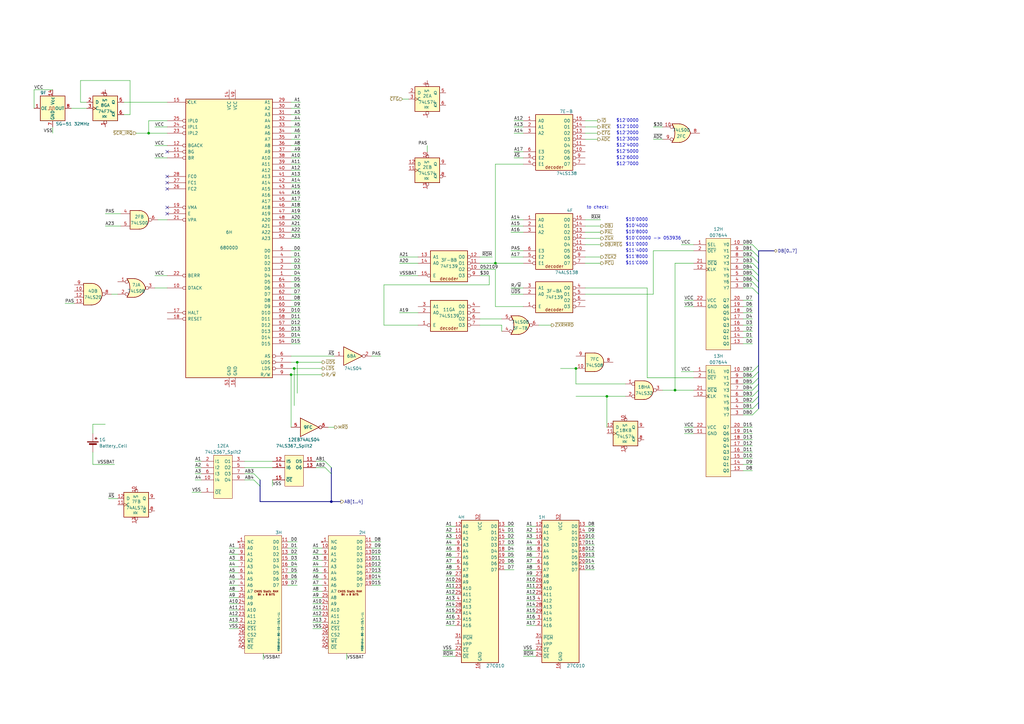
<source format=kicad_sch>
(kicad_sch (version 20231120) (generator "eeschema") (generator_version "8.0")
  (paper "A3")
  (title_block (date "2025-06-21") (company "JOTEGO"))
  (junction (at 60.96 54.61))
  (junction (at 276.86 160.02))
  (junction (at 121.92 148.59))
  (junction (at 135.89 205.74))
  (junction (at 248.92 162.56))
  (junction (at 236.22 151.13))
  (junction (at 203.2 107.95))
  (junction (at 119.38 153.67))
  (junction (at 120.65 151.13))
  (no_connect (at 68.58 77.47))
  (no_connect (at 68.58 74.93))
  (no_connect (at 68.58 87.63))
  (no_connect (at 68.58 72.39))
  (no_connect (at 68.58 85.09))
  (no_connect (at 68.58 62.23))
  (bus_entry (at 104.14 196.85) (size 2.54 2.54))
  (bus_entry (at 308.61 100.33) (size 2.54 2.54))
  (bus_entry (at 308.61 165.1) (size 2.54 -2.54))
  (bus_entry (at 308.61 154.94) (size 2.54 -2.54))
  (bus_entry (at 308.61 113.03) (size 2.54 2.54))
  (bus_entry (at 308.61 118.11) (size 2.54 2.54))
  (bus_entry (at 104.14 194.31) (size 2.54 2.54))
  (bus_entry (at 133.35 189.23) (size 2.54 2.54))
  (bus_entry (at 308.61 170.18) (size 2.54 -2.54))
  (bus_entry (at 308.61 110.49) (size 2.54 2.54))
  (bus_entry (at 308.61 105.41) (size 2.54 2.54))
  (bus_entry (at 308.61 167.64) (size 2.54 -2.54))
  (bus_entry (at 308.61 102.87) (size 2.54 2.54))
  (bus_entry (at 308.61 115.57) (size 2.54 2.54))
  (bus_entry (at 308.61 162.56) (size 2.54 -2.54))
  (bus_entry (at 308.61 160.02) (size 2.54 -2.54))
  (bus_entry (at 133.35 191.77) (size 2.54 2.54))
  (bus_entry (at 308.61 152.4) (size 2.54 -2.54))
  (bus_entry (at 308.61 107.95) (size 2.54 2.54))
  (bus_entry (at 308.61 157.48) (size 2.54 -2.54))
  (wire (pts (xy 304.8 133.35) (xy 308.61 133.35)))
  (wire (pts (xy 152.4 227.33) (xy 156.21 227.33)))
  (wire (pts (xy 304.8 170.18) (xy 308.61 170.18)))
  (wire (pts (xy 60.96 49.53) (xy 60.96 54.61)))
  (bus (pts (xy 311.15 115.57) (xy 311.15 113.03)))
  (bus (pts (xy 311.15 154.94) (xy 311.15 152.4)))
  (wire (pts (xy 182.88 251.46) (xy 186.69 251.46)))
  (wire (pts (xy 304.8 154.94) (xy 308.61 154.94)))
  (wire (pts (xy 304.8 182.88) (xy 308.61 182.88)))
  (wire (pts (xy 63.5 64.77) (xy 68.58 64.77)))
  (wire (pts (xy 215.9 231.14) (xy 219.71 231.14)))
  (wire (pts (xy 207.01 215.9) (xy 210.82 215.9)))
  (wire (pts (xy 163.83 107.95) (xy 171.45 107.95)))
  (wire (pts (xy 229.87 151.13) (xy 236.22 151.13)))
  (wire (pts (xy 182.88 238.76) (xy 186.69 238.76)))
  (bus (pts (xy 311.15 102.87) (xy 317.5 102.87)))
  (wire (pts (xy 279.4 100.33) (xy 284.48 100.33)))
  (wire (pts (xy 304.8 162.56) (xy 308.61 162.56)))
  (wire (pts (xy 93.98 240.03) (xy 97.79 240.03)))
  (wire (pts (xy 93.98 257.81) (xy 97.79 257.81)))
  (wire (pts (xy 118.11 234.95) (xy 121.92 234.95)))
  (wire (pts (xy 93.98 229.87) (xy 97.79 229.87)))
  (wire (pts (xy 152.4 224.79) (xy 156.21 224.79)))
  (wire (pts (xy 240.03 120.65) (xy 267.97 120.65)))
  (wire (pts (xy 165.1 40.64) (xy 167.64 40.64)))
  (wire (pts (xy 304.8 157.48) (xy 308.61 157.48)))
  (wire (pts (xy 119.38 95.25) (xy 123.19 95.25)))
  (wire (pts (xy 152.4 232.41) (xy 156.21 232.41)))
  (wire (pts (xy 119.38 128.27) (xy 123.19 128.27)))
  (wire (pts (xy 236.22 157.48) (xy 256.54 157.48)))
  (wire (pts (xy 267.97 120.65) (xy 267.97 102.87)))
  (wire (pts (xy 240.03 215.9) (xy 243.84 215.9)))
  (wire (pts (xy 45.72 120.65) (xy 48.26 120.65)))
  (wire (pts (xy 207.01 226.06) (xy 210.82 226.06)))
  (wire (pts (xy 53.34 33.02) (xy 53.34 46.99)))
  (wire (pts (xy 280.67 123.19) (xy 284.48 123.19)))
  (wire (pts (xy 128.27 250.19) (xy 132.08 250.19)))
  (wire (pts (xy 215.9 223.52) (xy 219.71 223.52)))
  (wire (pts (xy 107.95 267.97) (xy 107.95 270.51)))
  (wire (pts (xy 182.88 231.14) (xy 186.69 231.14)))
  (wire (pts (xy 119.38 74.93) (xy 123.19 74.93)))
  (wire (pts (xy 304.8 113.03) (xy 308.61 113.03)))
  (bus (pts (xy 311.15 152.4) (xy 311.15 149.86)))
  (wire (pts (xy 210.82 52.07) (xy 214.63 52.07)))
  (wire (pts (xy 182.88 241.3) (xy 186.69 241.3)))
  (wire (pts (xy 93.98 237.49) (xy 97.79 237.49)))
  (wire (pts (xy 44.45 204.47) (xy 48.26 204.47)))
  (bus (pts (xy 311.15 107.95) (xy 311.15 105.41)))
  (wire (pts (xy 304.8 115.57) (xy 308.61 115.57)))
  (wire (pts (xy 215.9 254) (xy 219.71 254)))
  (wire (pts (xy 119.38 59.69) (xy 123.19 59.69)))
  (wire (pts (xy 119.38 92.71) (xy 123.19 92.71)))
  (wire (pts (xy 240.03 97.79) (xy 246.38 97.79)))
  (wire (pts (xy 196.85 107.95) (xy 203.2 107.95)))
  (wire (pts (xy 128.27 245.11) (xy 132.08 245.11)))
  (wire (pts (xy 181.61 266.7) (xy 186.69 266.7)))
  (wire (pts (xy 304.8 140.97) (xy 308.61 140.97)))
  (wire (pts (xy 215.9 256.54) (xy 219.71 256.54)))
  (bus (pts (xy 106.68 196.85) (xy 106.68 199.39)))
  (wire (pts (xy 304.8 160.02) (xy 308.61 160.02)))
  (wire (pts (xy 80.01 194.31) (xy 82.55 194.31)))
  (wire (pts (xy 134.62 175.26) (xy 137.16 175.26)))
  (wire (pts (xy 182.88 246.38) (xy 186.69 246.38)))
  (wire (pts (xy 100.33 196.85) (xy 104.14 196.85)))
  (wire (pts (xy 182.88 254) (xy 186.69 254)))
  (wire (pts (xy 29.21 44.45) (xy 35.56 44.45)))
  (wire (pts (xy 119.38 153.67) (xy 132.08 153.67)))
  (wire (pts (xy 240.03 95.25) (xy 246.38 95.25)))
  (wire (pts (xy 119.38 151.13) (xy 120.65 151.13)))
  (wire (pts (xy 240.03 228.6) (xy 243.84 228.6)))
  (wire (pts (xy 38.1 190.5) (xy 46.99 190.5)))
  (wire (pts (xy 240.03 218.44) (xy 243.84 218.44)))
  (wire (pts (xy 119.38 69.85) (xy 123.19 69.85)))
  (wire (pts (xy 129.54 191.77) (xy 133.35 191.77)))
  (wire (pts (xy 215.9 218.44) (xy 219.71 218.44)))
  (wire (pts (xy 152.4 237.49) (xy 156.21 237.49)))
  (wire (pts (xy 236.22 162.56) (xy 248.92 162.56)))
  (wire (pts (xy 182.88 248.92) (xy 186.69 248.92)))
  (wire (pts (xy 128.27 237.49) (xy 132.08 237.49)))
  (wire (pts (xy 119.38 120.65) (xy 123.19 120.65)))
  (wire (pts (xy 26.67 124.46) (xy 30.48 124.46)))
  (wire (pts (xy 304.8 165.1) (xy 308.61 165.1)))
  (wire (pts (xy 64.77 90.17) (xy 68.58 90.17)))
  (wire (pts (xy 100.33 189.23) (xy 111.76 189.23)))
  (wire (pts (xy 119.38 87.63) (xy 123.19 87.63)))
  (wire (pts (xy 182.88 228.6) (xy 186.69 228.6)))
  (wire (pts (xy 119.38 52.07) (xy 123.19 52.07)))
  (wire (pts (xy 120.65 151.13) (xy 120.65 166.37)))
  (wire (pts (xy 203.2 107.95) (xy 214.63 107.95)))
  (wire (pts (xy 304.8 118.11) (xy 308.61 118.11)))
  (wire (pts (xy 304.8 190.5) (xy 308.61 190.5)))
  (wire (pts (xy 215.9 243.84) (xy 219.71 243.84)))
  (bus (pts (xy 135.89 191.77) (xy 135.89 194.31)))
  (bus (pts (xy 135.89 205.74) (xy 139.7 205.74)))
  (wire (pts (xy 163.83 113.03) (xy 171.45 113.03)))
  (bus (pts (xy 311.15 105.41) (xy 311.15 102.87)))
  (wire (pts (xy 119.38 102.87) (xy 123.19 102.87)))
  (wire (pts (xy 215.9 241.3) (xy 219.71 241.3)))
  (wire (pts (xy 50.8 41.91) (xy 68.58 41.91)))
  (wire (pts (xy 304.8 180.34) (xy 308.61 180.34)))
  (wire (pts (xy 215.9 228.6) (xy 219.71 228.6)))
  (wire (pts (xy 236.22 151.13) (xy 236.22 157.48)))
  (wire (pts (xy 240.03 233.68) (xy 243.84 233.68)))
  (wire (pts (xy 38.1 177.8) (xy 38.1 173.99)))
  (wire (pts (xy 196.85 133.35) (xy 205.74 133.35)))
  (bus (pts (xy 135.89 194.31) (xy 135.89 205.74)))
  (wire (pts (xy 182.88 220.98) (xy 186.69 220.98)))
  (wire (pts (xy 80.01 189.23) (xy 82.55 189.23)))
  (wire (pts (xy 182.88 223.52) (xy 186.69 223.52)))
  (wire (pts (xy 121.92 148.59) (xy 132.08 148.59)))
  (wire (pts (xy 13.97 36.83) (xy 21.59 36.83)))
  (wire (pts (xy 119.38 105.41) (xy 123.19 105.41)))
  (wire (pts (xy 209.55 95.25) (xy 214.63 95.25)))
  (wire (pts (xy 207.01 220.98) (xy 210.82 220.98)))
  (wire (pts (xy 214.63 266.7) (xy 219.71 266.7)))
  (wire (pts (xy 111.76 196.85) (xy 111.76 199.39)))
  (wire (pts (xy 128.27 227.33) (xy 132.08 227.33)))
  (wire (pts (xy 196.85 113.03) (xy 200.66 113.03)))
  (wire (pts (xy 13.97 44.45) (xy 13.97 36.83)))
  (wire (pts (xy 181.61 269.24) (xy 186.69 269.24)))
  (wire (pts (xy 304.8 152.4) (xy 308.61 152.4)))
  (wire (pts (xy 152.4 222.25) (xy 156.21 222.25)))
  (wire (pts (xy 304.8 110.49) (xy 308.61 110.49)))
  (wire (pts (xy 210.82 54.61) (xy 214.63 54.61)))
  (wire (pts (xy 304.8 138.43) (xy 308.61 138.43)))
  (wire (pts (xy 80.01 196.85) (xy 82.55 196.85)))
  (wire (pts (xy 163.83 105.41) (xy 171.45 105.41)))
  (wire (pts (xy 93.98 247.65) (xy 97.79 247.65)))
  (wire (pts (xy 119.38 67.31) (xy 123.19 67.31)))
  (wire (pts (xy 304.8 128.27) (xy 308.61 128.27)))
  (wire (pts (xy 240.03 57.15) (xy 245.11 57.15)))
  (wire (pts (xy 63.5 59.69) (xy 68.58 59.69)))
  (wire (pts (xy 279.4 152.4) (xy 284.48 152.4)))
  (wire (pts (xy 55.88 54.61) (xy 60.96 54.61)))
  (wire (pts (xy 265.43 154.94) (xy 284.48 154.94)))
  (bus (pts (xy 311.15 157.48) (xy 311.15 154.94)))
  (wire (pts (xy 200.66 116.84) (xy 200.66 113.03)))
  (wire (pts (xy 280.67 175.26) (xy 284.48 175.26)))
  (wire (pts (xy 220.98 133.35) (xy 226.06 133.35)))
  (wire (pts (xy 119.38 57.15) (xy 123.19 57.15)))
  (bus (pts (xy 311.15 110.49) (xy 311.15 107.95)))
  (bus (pts (xy 311.15 165.1) (xy 311.15 162.56)))
  (wire (pts (xy 240.03 49.53) (xy 245.11 49.53)))
  (wire (pts (xy 128.27 242.57) (xy 132.08 242.57)))
  (wire (pts (xy 215.9 215.9) (xy 219.71 215.9)))
  (wire (pts (xy 203.2 67.31) (xy 214.63 67.31)))
  (wire (pts (xy 119.38 148.59) (xy 121.92 148.59)))
  (wire (pts (xy 207.01 233.68) (xy 210.82 233.68)))
  (wire (pts (xy 119.38 107.95) (xy 123.19 107.95)))
  (wire (pts (xy 118.11 237.49) (xy 121.92 237.49)))
  (wire (pts (xy 119.38 97.79) (xy 123.19 97.79)))
  (wire (pts (xy 304.8 177.8) (xy 308.61 177.8)))
  (wire (pts (xy 240.03 92.71) (xy 246.38 92.71)))
  (wire (pts (xy 119.38 153.67) (xy 119.38 175.26)))
  (wire (pts (xy 196.85 130.81) (xy 205.74 130.81)))
  (wire (pts (xy 304.8 100.33) (xy 308.61 100.33)))
  (wire (pts (xy 119.38 82.55) (xy 123.19 82.55)))
  (wire (pts (xy 240.03 107.95) (xy 246.38 107.95)))
  (wire (pts (xy 119.38 62.23) (xy 123.19 62.23)))
  (wire (pts (xy 152.4 234.95) (xy 156.21 234.95)))
  (wire (pts (xy 157.48 116.84) (xy 200.66 116.84)))
  (wire (pts (xy 304.8 130.81) (xy 308.61 130.81)))
  (wire (pts (xy 118.11 227.33) (xy 121.92 227.33)))
  (wire (pts (xy 304.8 167.64) (xy 308.61 167.64)))
  (wire (pts (xy 119.38 72.39) (xy 123.19 72.39)))
  (wire (pts (xy 210.82 49.53) (xy 214.63 49.53)))
  (wire (pts (xy 119.38 85.09) (xy 123.19 85.09)))
  (wire (pts (xy 215.9 246.38) (xy 219.71 246.38)))
  (wire (pts (xy 276.86 160.02) (xy 284.48 160.02)))
  (wire (pts (xy 43.18 92.71) (xy 49.53 92.71)))
  (wire (pts (xy 128.27 234.95) (xy 132.08 234.95)))
  (wire (pts (xy 284.48 107.95) (xy 276.86 107.95)))
  (wire (pts (xy 209.55 90.17) (xy 214.63 90.17)))
  (wire (pts (xy 182.88 236.22) (xy 186.69 236.22)))
  (wire (pts (xy 240.03 231.14) (xy 243.84 231.14)))
  (bus (pts (xy 311.15 160.02) (xy 311.15 157.48)))
  (wire (pts (xy 215.9 233.68) (xy 219.71 233.68)))
  (wire (pts (xy 215.9 226.06) (xy 219.71 226.06)))
  (wire (pts (xy 118.11 229.87) (xy 121.92 229.87)))
  (wire (pts (xy 304.8 193.04) (xy 308.61 193.04)))
  (wire (pts (xy 304.8 102.87) (xy 308.61 102.87)))
  (wire (pts (xy 119.38 90.17) (xy 123.19 90.17)))
  (wire (pts (xy 248.92 175.26) (xy 248.92 162.56)))
  (wire (pts (xy 207.01 231.14) (xy 210.82 231.14)))
  (wire (pts (xy 209.55 92.71) (xy 214.63 92.71)))
  (wire (pts (xy 209.55 120.65) (xy 214.63 120.65)))
  (wire (pts (xy 240.03 220.98) (xy 243.84 220.98)))
  (wire (pts (xy 118.11 224.79) (xy 121.92 224.79)))
  (wire (pts (xy 171.45 133.35) (xy 157.48 133.35)))
  (wire (pts (xy 128.27 257.81) (xy 132.08 257.81)))
  (bus (pts (xy 106.68 199.39) (xy 106.68 205.74)))
  (wire (pts (xy 203.2 110.49) (xy 203.2 125.73)))
  (wire (pts (xy 119.38 123.19) (xy 123.19 123.19)))
  (wire (pts (xy 119.38 77.47) (xy 123.19 77.47)))
  (wire (pts (xy 119.38 135.89) (xy 123.19 135.89)))
  (wire (pts (xy 304.8 123.19) (xy 308.61 123.19)))
  (wire (pts (xy 182.88 233.68) (xy 186.69 233.68)))
  (wire (pts (xy 207.01 228.6) (xy 210.82 228.6)))
  (wire (pts (xy 157.48 133.35) (xy 157.48 116.84)))
  (wire (pts (xy 33.02 41.91) (xy 33.02 33.02)))
  (wire (pts (xy 304.8 185.42) (xy 308.61 185.42)))
  (wire (pts (xy 119.38 64.77) (xy 123.19 64.77)))
  (wire (pts (xy 128.27 255.27) (xy 132.08 255.27)))
  (wire (pts (xy 215.9 220.98) (xy 219.71 220.98)))
  (wire (pts (xy 215.9 251.46) (xy 219.71 251.46)))
  (wire (pts (xy 128.27 240.03) (xy 132.08 240.03)))
  (wire (pts (xy 304.8 105.41) (xy 308.61 105.41)))
  (wire (pts (xy 119.38 118.11) (xy 123.19 118.11)))
  (wire (pts (xy 214.63 269.24) (xy 219.71 269.24)))
  (wire (pts (xy 267.97 57.15) (xy 271.78 57.15)))
  (wire (pts (xy 304.8 135.89) (xy 308.61 135.89)))
  (wire (pts (xy 93.98 255.27) (xy 97.79 255.27)))
  (wire (pts (xy 93.98 227.33) (xy 97.79 227.33)))
  (wire (pts (xy 182.88 218.44) (xy 186.69 218.44)))
  (wire (pts (xy 35.56 41.91) (xy 33.02 41.91)))
  (wire (pts (xy 119.38 110.49) (xy 123.19 110.49)))
  (wire (pts (xy 33.02 33.02) (xy 53.34 33.02)))
  (wire (pts (xy 209.55 118.11) (xy 214.63 118.11)))
  (wire (pts (xy 240.03 100.33) (xy 246.38 100.33)))
  (wire (pts (xy 118.11 222.25) (xy 121.92 222.25)))
  (wire (pts (xy 196.85 105.41) (xy 201.93 105.41)))
  (wire (pts (xy 93.98 234.95) (xy 97.79 234.95)))
  (wire (pts (xy 119.38 140.97) (xy 123.19 140.97)))
  (wire (pts (xy 128.27 247.65) (xy 132.08 247.65)))
  (wire (pts (xy 80.01 191.77) (xy 82.55 191.77)))
  (wire (pts (xy 182.88 215.9) (xy 186.69 215.9)))
  (wire (pts (xy 152.4 146.05) (xy 156.21 146.05)))
  (wire (pts (xy 43.18 87.63) (xy 49.53 87.63)))
  (wire (pts (xy 119.38 44.45) (xy 123.19 44.45)))
  (wire (pts (xy 182.88 256.54) (xy 186.69 256.54)))
  (wire (pts (xy 163.83 128.27) (xy 171.45 128.27)))
  (wire (pts (xy 119.38 41.91) (xy 123.19 41.91)))
  (wire (pts (xy 128.27 232.41) (xy 132.08 232.41)))
  (wire (pts (xy 118.11 232.41) (xy 121.92 232.41)))
  (wire (pts (xy 152.4 229.87) (xy 156.21 229.87)))
  (wire (pts (xy 210.82 62.23) (xy 214.63 62.23)))
  (wire (pts (xy 182.88 226.06) (xy 186.69 226.06)))
  (wire (pts (xy 93.98 245.11) (xy 97.79 245.11)))
  (wire (pts (xy 68.58 49.53) (xy 60.96 49.53)))
  (bus (pts (xy 311.15 167.64) (xy 311.15 165.1)))
  (wire (pts (xy 304.8 175.26) (xy 308.61 175.26)))
  (wire (pts (xy 21.59 52.07) (xy 21.59 54.61)))
  (wire (pts (xy 304.8 107.95) (xy 308.61 107.95)))
  (wire (pts (xy 63.5 52.07) (xy 68.58 52.07)))
  (wire (pts (xy 240.03 226.06) (xy 243.84 226.06)))
  (wire (pts (xy 119.38 113.03) (xy 123.19 113.03)))
  (wire (pts (xy 304.8 187.96) (xy 308.61 187.96)))
  (wire (pts (xy 129.54 189.23) (xy 133.35 189.23)))
  (wire (pts (xy 93.98 242.57) (xy 97.79 242.57)))
  (wire (pts (xy 119.38 130.81) (xy 123.19 130.81)))
  (wire (pts (xy 280.67 125.73) (xy 284.48 125.73)))
  (bus (pts (xy 311.15 118.11) (xy 311.15 115.57)))
  (wire (pts (xy 142.24 267.97) (xy 142.24 270.51)))
  (wire (pts (xy 271.78 160.02) (xy 276.86 160.02)))
  (wire (pts (xy 119.38 49.53) (xy 123.19 49.53)))
  (wire (pts (xy 240.03 90.17) (xy 246.38 90.17)))
  (wire (pts (xy 119.38 54.61) (xy 123.19 54.61)))
  (wire (pts (xy 248.92 162.56) (xy 256.54 162.56)))
  (wire (pts (xy 182.88 243.84) (xy 186.69 243.84)))
  (bus (pts (xy 106.68 205.74) (xy 135.89 205.74)))
  (wire (pts (xy 118.11 240.03) (xy 121.92 240.03)))
  (wire (pts (xy 119.38 125.73) (xy 123.19 125.73)))
  (wire (pts (xy 128.27 224.79) (xy 132.08 224.79)))
  (wire (pts (xy 93.98 250.19) (xy 97.79 250.19)))
  (wire (pts (xy 215.9 248.92) (xy 219.71 248.92)))
  (bus (pts (xy 311.15 120.65) (xy 311.15 118.11)))
  (wire (pts (xy 63.5 118.11) (xy 68.58 118.11)))
  (wire (pts (xy 100.33 194.31) (xy 104.14 194.31)))
  (wire (pts (xy 119.38 80.01) (xy 123.19 80.01)))
  (wire (pts (xy 304.8 125.73) (xy 308.61 125.73)))
  (wire (pts (xy 214.63 102.87) (xy 209.55 102.87)))
  (wire (pts (xy 128.27 229.87) (xy 132.08 229.87)))
  (wire (pts (xy 280.67 177.8) (xy 284.48 177.8)))
  (wire (pts (xy 240.03 54.61) (xy 245.11 54.61)))
  (bus (pts (xy 311.15 113.03) (xy 311.15 110.49)))
  (wire (pts (xy 60.96 54.61) (xy 68.58 54.61)))
  (wire (pts (xy 120.65 151.13) (xy 132.08 151.13)))
  (wire (pts (xy 175.26 62.23) (xy 175.26 59.69)))
  (wire (pts (xy 121.92 148.59) (xy 121.92 161.29)))
  (wire (pts (xy 205.74 133.35) (xy 205.74 135.89)))
  (wire (pts (xy 240.03 118.11) (xy 265.43 118.11)))
  (wire (pts (xy 240.03 105.41) (xy 246.38 105.41)))
  (wire (pts (xy 93.98 232.41) (xy 97.79 232.41)))
  (wire (pts (xy 93.98 252.73) (xy 97.79 252.73)))
  (wire (pts (xy 276.86 107.95) (xy 276.86 160.02)))
  (wire (pts (xy 207.01 223.52) (xy 210.82 223.52)))
  (wire (pts (xy 128.27 252.73) (xy 132.08 252.73)))
  (wire (pts (xy 63.5 113.03) (xy 68.58 113.03)))
  (wire (pts (xy 215.9 236.22) (xy 219.71 236.22)))
  (wire (pts (xy 196.85 110.49) (xy 203.2 110.49)))
  (wire (pts (xy 93.98 224.79) (xy 97.79 224.79)))
  (wire (pts (xy 267.97 102.87) (xy 284.48 102.87)))
  (wire (pts (xy 38.1 185.42) (xy 38.1 190.5)))
  (wire (pts (xy 137.16 146.05) (xy 119.38 146.05)))
  (wire (pts (xy 267.97 52.07) (xy 271.78 52.07)))
  (bus (pts (xy 311.15 162.56) (xy 311.15 160.02)))
  (wire (pts (xy 240.03 223.52) (xy 243.84 223.52)))
  (wire (pts (xy 240.03 52.07) (xy 245.11 52.07)))
  (wire (pts (xy 119.38 133.35) (xy 123.19 133.35)))
  (wire (pts (xy 119.38 115.57) (xy 123.19 115.57)))
  (wire (pts (xy 78.74 201.93) (xy 82.55 201.93)))
  (wire (pts (xy 100.33 191.77) (xy 111.76 191.77)))
  (bus (pts (xy 311.15 149.86) (xy 311.15 120.65)))
  (wire (pts (xy 53.34 46.99) (xy 50.8 46.99)))
  (wire (pts (xy 207.01 218.44) (xy 210.82 218.44)))
  (wire (pts (xy 38.1 173.99) (xy 43.18 173.99)))
  (wire (pts (xy 119.38 138.43) (xy 123.19 138.43)))
  (wire (pts (xy 203.2 125.73) (xy 214.63 125.73)))
  (wire (pts (xy 203.2 107.95) (xy 203.2 67.31)))
  (wire (pts (xy 210.82 64.77) (xy 214.63 64.77)))
  (wire (pts (xy 152.4 240.03) (xy 156.21 240.03)))
  (wire (pts (xy 265.43 118.11) (xy 265.43 154.94)))
  (wire (pts (xy 119.38 46.99) (xy 123.19 46.99)))
  (wire (pts (xy 209.55 105.41) (xy 214.63 105.41)))
  (wire (pts (xy 215.9 238.76) (xy 219.71 238.76)))
  (text "$11'C000" (at 256.54 107.95 0) (effects (font (size 1.27 1.27)) (justify left)))
  (text "$12'3000" (at 252.73 57.15 0) (effects (font (size 1.27 1.27)) (justify left)))
  (text "$12'0000" (at 252.73 49.53 0) (effects (font (size 1.27 1.27)) (justify left)))
  (text "$12'7000" (at 252.73 67.31 0) (effects (font (size 1.27 1.27)) (justify left)))
  (text "$10'4000" (at 256.54 92.71 0) (effects (font (size 1.27 1.27)) (justify left)))
  (text "$10'C0000 -> 053936" (at 256.54 97.79 0) (effects (font (size 1.27 1.27)) (justify left)))
  (text "$12'6000" (at 252.73 64.77 0) (effects (font (size 1.27 1.27)) (justify left)))
  (text "$12'1000" (at 252.73 52.07 0) (effects (font (size 1.27 1.27)) (justify left)))
  (text "$12'2000" (at 252.73 54.61 0) (effects (font (size 1.27 1.27)) (justify left)))
  (text "$11'4000" (at 256.54 102.87 0) (effects (font (size 1.27 1.27)) (justify left)))
  (text "$10'0000" (at 256.54 90.17 0) (effects (font (size 1.27 1.27)) (justify left)))
  (text "$11'8000" (at 256.54 105.41 0) (effects (font (size 1.27 1.27)) (justify left)))
  (text "$12'4000" (at 252.73 59.69 0) (effects (font (size 1.27 1.27)) (justify left)))
  (text "to check:" (at 245.11 85.09 0) (effects (font (size 1.27 1.27))))
  (text "$11'0000" (at 256.54 100.33 0) (effects (font (size 1.27 1.27)) (justify left)))
  (text "$10'8000" (at 256.54 95.25 0) (effects (font (size 1.27 1.27)) (justify left)))
  (text "$12'5000" (at 252.73 62.23 0) (effects (font (size 1.27 1.27)) (justify left)))
  (label "VSSBAT" (at 142.24 270.51 0))
  (label "D0" (at 210.82 215.9 180))
  (label "A3" (at 123.19 46.99 180))
  (label "DB5" (at 308.61 157.48 180))
  (label "AB3" (at 104.14 194.31 180))
  (label "~{ROM}" (at 181.61 269.24 0))
  (label "A17" (at 215.9 256.54 0))
  (label "D14" (at 308.61 177.8 180))
  (label "DB4" (at 308.61 160.02 180))
  (label "A6" (at 182.88 228.6 0))
  (label "D4" (at 210.82 226.06 180))
  (label "D14" (at 156.21 237.49 180))
  (label "DB6" (at 308.61 115.57 180))
  (label "VCC" (at 279.4 100.33 0))
  (label "A5" (at 93.98 234.95 0))
  (label "$30" (at 267.97 52.07 0))
  (label "~{UDS}" (at 209.55 120.65 0))
  (label "D7" (at 308.61 123.19 180))
  (label "A12" (at 123.19 69.85 180))
  (label "D13" (at 156.21 234.95 180))
  (label "A10" (at 128.27 247.65 0))
  (label "052109" (at 196.85 110.49 0))
  (label "DB7" (at 308.61 152.4 180))
  (label "A16" (at 215.9 254 0))
  (label "A12" (at 182.88 243.84 0))
  (label "DB7" (at 308.61 118.11 180))
  (label "~{ROM}" (at 214.63 269.24 0))
  (label "A2" (at 182.88 218.44 0))
  (label "VSS" (at 280.67 177.8 0))
  (label "VCC" (at 279.4 152.4 0))
  (label "A23" (at 43.18 92.71 0))
  (label "A13" (at 182.88 246.38 0))
  (label "D8" (at 308.61 193.04 180))
  (label "D11" (at 308.61 185.42 180))
  (label "A2" (at 215.9 218.44 0))
  (label "A6" (at 93.98 237.49 0))
  (label "A11" (at 128.27 250.19 0))
  (label "D5" (at 123.19 115.57 180))
  (label "D15" (at 243.84 233.68 180))
  (label "A13" (at 123.19 72.39 180))
  (label "VCC" (at 63.5 59.69 0))
  (label "D8" (at 243.84 215.9 180))
  (label "A10" (at 93.98 247.65 0))
  (label "A9" (at 93.98 245.11 0))
  (label "D9" (at 308.61 190.5 180))
  (label "A12" (at 210.82 49.53 0))
  (label "D9" (at 243.84 218.44 180))
  (label "D2" (at 123.19 107.95 180))
  (label "VSSBAT" (at 107.95 270.51 0))
  (label "A18" (at 123.19 85.09 180))
  (label "D4" (at 123.19 113.03 180))
  (label "$30" (at 200.66 113.03 180))
  (label "A14" (at 210.82 54.61 0))
  (label "A13" (at 93.98 255.27 0))
  (label "D1" (at 121.92 224.79 180))
  (label "VSS" (at 128.27 257.81 0))
  (label "A16" (at 182.88 254 0))
  (label "D3" (at 210.82 223.52 180))
  (label "A10" (at 215.9 238.76 0))
  (label "A17" (at 210.82 62.23 0))
  (label "D3" (at 123.19 110.49 180))
  (label "A21" (at 163.83 105.41 0))
  (label "A3" (at 128.27 229.87 0))
  (label "VCC" (at 63.5 64.77 0))
  (label "D12" (at 123.19 133.35 180))
  (label "VSS" (at 214.63 266.7 0))
  (label "D11" (at 243.84 223.52 180))
  (label "DB0" (at 308.61 170.18 180))
  (label "VSS" (at 78.74 201.93 0))
  (label "PAS" (at 209.55 102.87 0))
  (label "A5" (at 123.19 52.07 180))
  (label "VSSBAT" (at 163.83 113.03 0))
  (label "D0" (at 121.92 222.25 180))
  (label "DB1" (at 308.61 167.64 180))
  (label "D9" (at 123.19 125.73 180))
  (label "A6" (at 123.19 54.61 180))
  (label "D8" (at 156.21 222.25 180))
  (label "A7" (at 182.88 231.14 0))
  (label "A8" (at 93.98 242.57 0))
  (label "A7" (at 128.27 240.03 0))
  (label "A11" (at 93.98 250.19 0))
  (label "D1" (at 210.82 218.44 180))
  (label "A23" (at 123.19 97.79 180))
  (label "A17" (at 209.55 105.41 0))
  (label "VSSBAT" (at 46.99 190.5 180))
  (label "A4" (at 93.98 232.41 0))
  (label "A2" (at 128.27 227.33 0))
  (label "A15" (at 215.9 251.46 0))
  (label "D2" (at 210.82 220.98 180))
  (label "AB1" (at 133.35 189.23 180))
  (label "D14" (at 123.19 138.43 180))
  (label "A1" (at 123.19 41.91 180))
  (label "R{slash}~{W}" (at 209.55 118.11 0))
  (label "AB4" (at 104.14 196.85 180))
  (label "A20" (at 163.83 107.95 0))
  (label "A9" (at 128.27 245.11 0))
  (label "~{RAM}" (at 246.38 90.17 180))
  (label "PAS" (at 26.67 124.46 0))
  (label "~{ROM}" (at 201.93 105.41 180))
  (label "D13" (at 123.19 135.89 180))
  (label "A1" (at 215.9 215.9 0))
  (label "A4" (at 215.9 223.52 0))
  (label "DB0" (at 308.61 100.33 180))
  (label "DB3" (at 308.61 107.95 180))
  (label "DB2" (at 308.61 165.1 180))
  (label "~{AS}" (at 210.82 64.77 0))
  (label "D5" (at 308.61 128.27 180))
  (label "A14" (at 209.55 90.17 0))
  (label "PAS" (at 43.18 87.63 0))
  (label "A8" (at 128.27 242.57 0))
  (label "DB2" (at 308.61 105.41 180))
  (label "A12" (at 215.9 243.84 0))
  (label "A3" (at 215.9 220.98 0))
  (label "A8" (at 182.88 233.68 0))
  (label "D4" (at 121.92 232.41 180))
  (label "DB5" (at 308.61 113.03 180))
  (label "A5" (at 182.88 226.06 0))
  (label "D1" (at 123.19 105.41 180))
  (label "D2" (at 308.61 135.89 180))
  (label "A15" (at 182.88 251.46 0))
  (label "A6" (at 128.27 237.49 0))
  (label "A4" (at 123.19 49.53 180))
  (label "A3" (at 182.88 220.98 0))
  (label "D10" (at 243.84 220.98 180))
  (label "D6" (at 308.61 125.73 180))
  (label "PAS" (at 156.21 146.05 180))
  (label "D7" (at 121.92 240.03 180))
  (label "VSS" (at 111.76 199.39 0))
  (label "A9" (at 182.88 236.22 0))
  (label "A21" (at 123.19 92.71 180))
  (label "PAS" (at 175.26 59.69 180))
  (label "~{AS}" (at 44.45 204.47 0))
  (label "D5" (at 121.92 234.95 180))
  (label "A10" (at 182.88 238.76 0))
  (label "A2" (at 93.98 227.33 0))
  (label "VSS" (at 181.61 266.7 0))
  (label "DB1" (at 308.61 102.87 180))
  (label "A15" (at 209.55 92.71 0))
  (label "A19" (at 123.19 87.63 180))
  (label "D3" (at 308.61 133.35 180))
  (label "A4" (at 182.88 223.52 0))
  (label "A13" (at 128.27 255.27 0))
  (label "DB3" (at 308.61 162.56 180))
  (label "D15" (at 123.19 140.97 180))
  (label "D7" (at 210.82 233.68 180))
  (label "A19" (at 163.83 128.27 0))
  (label "DB6" (at 308.61 154.94 180))
  (label "A14" (at 215.9 248.92 0))
  (label "D1" (at 308.61 138.43 180))
  (label "A7" (at 123.19 57.15 180))
  (label "A17" (at 182.88 256.54 0))
  (label "A11" (at 182.88 241.3 0))
  (label "D9" (at 156.21 224.79 180))
  (label "A12" (at 128.27 252.73 0))
  (label "A7" (at 215.9 231.14 0))
  (label "D0" (at 308.61 140.97 180))
  (label "A7" (at 93.98 240.03 0))
  (label "A10" (at 123.19 64.77 180))
  (label "A1" (at 128.27 224.79 0))
  (label "A11" (at 123.19 67.31 180))
  (label "A8" (at 215.9 233.68 0))
  (label "A22" (at 123.19 95.25 180))
  (label "D10" (at 123.19 128.27 180))
  (label "D13" (at 308.61 180.34 180))
  (label "~{AS}" (at 137.16 146.05 180))
  (label "VCC" (at 63.5 52.07 0))
  (label "A1" (at 93.98 224.79 0))
  (label "VSS" (at 280.67 125.73 0))
  (label "VCC" (at 280.67 123.19 0))
  (label "A5" (at 128.27 234.95 0))
  (label "A1" (at 182.88 215.9 0))
  (label "~{ADC}" (at 267.97 57.15 0))
  (label "VSS" (at 93.98 257.81 0))
  (label "D10" (at 156.21 227.33 180))
  (label "D6" (at 123.19 118.11 180))
  (label "D6" (at 121.92 237.49 180))
  (label "D10" (at 308.61 187.96 180))
  (label "A16" (at 209.55 95.25 0))
  (label "A14" (at 182.88 248.92 0))
  (label "D4" (at 308.61 130.81 180))
  (label "A3" (at 80.01 194.31 0))
  (label "A16" (at 123.19 80.01 180))
  (label "VCC" (at 13.97 36.83 0))
  (label "D14" (at 243.84 231.14 180))
  (label "A14" (at 123.19 74.93 180))
  (label "A20" (at 123.19 90.17 180))
  (label "AB2" (at 133.35 191.77 180))
  (label "D12" (at 156.21 232.41 180))
  (label "VCC" (at 280.67 175.26 0))
  (label "D12" (at 243.84 226.06 180))
  (label "D13" (at 243.84 228.6 180))
  (label "A4" (at 80.01 196.85 0))
  (label "D2" (at 121.92 227.33 180))
  (label "D7" (at 123.19 120.65 180))
  (label "A13" (at 215.9 246.38 0))
  (label "VCC" (at 63.5 113.03 0))
  (label "A2" (at 123.19 44.45 180))
  (label "A1" (at 80.01 189.23 0))
  (label "A4" (at 128.27 232.41 0))
  (label "D15" (at 308.61 175.26 180))
  (label "D12" (at 308.61 182.88 180))
  (label "D0" (at 123.19 102.87 180))
  (label "D8" (at 123.19 123.19 180))
  (label "D11" (at 156.21 229.87 180))
  (label "A3" (at 93.98 229.87 0))
  (label "A8" (at 123.19 59.69 180))
  (label "A6" (at 215.9 228.6 0))
  (label "D3" (at 121.92 229.87 180))
  (label "A13" (at 210.82 52.07 0))
  (label "D5" (at 210.82 228.6 180))
  (label "A11" (at 215.9 241.3 0))
  (label "D11" (at 123.19 130.81 180))
  (label "A17" (at 123.19 82.55 180))
  (label "A9" (at 123.19 62.23 180))
  (label "D6" (at 210.82 231.14 180))
  (label "A5" (at 215.9 226.06 0))
  (label "A9" (at 215.9 236.22 0))
  (label "D15" (at 156.21 240.03 180))
  (label "DB4" (at 308.61 110.49 180))
  (label "A15" (at 123.19 77.47 180))
  (label "A2" (at 80.01 191.77 0))
  (label "VSS" (at 21.59 54.61 180))
  (label "A12" (at 93.98 252.73 0))
  (hierarchical_label "~{ZXRMRD}" (shape output) (at 226.06 133.35 0))
  (hierarchical_label "~{SCR_IRQ}" (shape input) (at 55.88 54.61 180))
  (hierarchical_label "DB[0..7]" (shape tri_state) (at 317.5 102.87 0))
  (hierarchical_label "~{IO}" (shape output) (at 245.11 49.53 0))
  (hierarchical_label "~{OBJREG}" (shape output) (at 246.38 100.33 0))
  (hierarchical_label "~{ADC}" (shape output) (at 245.11 57.15 0))
  (hierarchical_label "~{PAL}" (shape output) (at 246.38 95.25 0))
  (hierarchical_label "~{LDS}" (shape output) (at 132.08 151.13 0))
  (hierarchical_label "~{UDS}" (shape output) (at 132.08 148.59 0))
  (hierarchical_label "~{OBJ}" (shape output) (at 246.38 92.71 0))
  (hierarchical_label "M~{RD}" (shape output) (at 137.16 175.26 0))
  (hierarchical_label "~{PCU}" (shape output) (at 246.38 107.95 0))
  (hierarchical_label "~{CFG}" (shape input) (at 165.1 40.64 180))
  (hierarchical_label "~{ZGX}" (shape output) (at 246.38 97.79 0))
  (hierarchical_label "~{ZGX2}" (shape output) (at 246.38 105.41 0))
  (hierarchical_label "~{RCK}" (shape output) (at 245.11 52.07 0))
  (hierarchical_label "AB[1..4]" (shape output) (at 139.7 205.74 0))
  (hierarchical_label "~{CFG}" (shape output) (at 245.11 54.61 0))
  (hierarchical_label "R{slash}~{W}" (shape output) (at 132.08 153.67 0))
  (symbol (lib_id "CPU_NXP_68000:68000D") (at 93.98 97.79 0) (unit 1)
    (property "Reference" "6H" (at 93.98 95.25 0))
    (property "Value" "68000D" (at 93.98 101.6 0))
    (property "Datasheet" "https://www.nxp.com/docs/en/reference-manual/MC68000UM.pdf" (effects (hide yes)))
    (property "Description" "16/32-bit Microprocessor" (effects (hide yes)))
  )
  (symbol (lib_id "jt74:74LS00") (at 57.15 90.17 0) (unit 2)
    (property "Reference" "2F" (at 57.15 88.9 0))
    (property "Value" "74LS00" (at 57.15 91.44 0))
    (property "Datasheet" "http://www.ti.com/lit/gpn/sn74ls00" (effects (hide yes)))
    (property "Description" "quad 2-input NAND gate" (effects (hide yes)))
  )
  (symbol (lib_id "jt74:74LS74") (at 175.26 40.64 0) (unit 1)
    (property "Reference" "2E" (at 175.26 39.37 0))
    (property "Value" "74LS74" (at 175.26 41.91 0))
    (property "Datasheet" "74xx/74hc_hct74.pdf" (effects (hide yes)))
    (property "Description" "Dual D Flip-flop, Set & Reset" (effects (hide yes)))
  )
  (symbol (lib_id "Memory_EPROM:27C010") (at 196.85 241.3 0) (unit 1)
    (property "Reference" "4H" (at 189.23 212.09 0))
    (property "Value" "27C010" (at 199.39 273.05 0) (effects (justify left)))
    (property "Datasheet" "http://ww1.microchip.com/downloads/en/DeviceDoc/doc0321.pdf" (effects (hide yes)))
  )
  (symbol (lib_id "jt74:74LS74") (at 256.54 177.8 0) (unit 2)
    (property "Reference" "18K" (at 256.54 176.53 0))
    (property "Value" "74LS74" (at 256.54 179.07 0))
    (property "Datasheet" "74xx/74hc_hct74.pdf" (effects (hide yes)))
    (property "Description" "Dual D Flip-flop, Set & Reset" (effects (hide yes)))
  )
  (symbol (lib_id "Memory_EPROM:27C010") (at 229.87 241.3 0) (unit 1)
    (property "Reference" "1H" (at 222.25 212.09 0))
    (property "Value" "27C010" (at 232.41 273.05 0) (effects (justify left)))
    (property "Datasheet" "http://ww1.microchip.com/downloads/en/DeviceDoc/doc0321.pdf" (effects (hide yes)))
  )
  (symbol (lib_id "Device:Battery_Cell") (at 38.1 182.88 0) (unit 1)
    (property "Reference" "1G" (at 40.64 180.34 0) (effects (justify left)))
    (property "Value" "Battery_Cell" (at 40.64 182.88 0) (effects (justify left)))
    (property "Description" "Single-cell battery" (effects (hide yes)))
  )
  (symbol (lib_id "jt74:74LS139") (at 184.15 128.27 0) (unit 1)
    (property "Reference" "11G" (at 184.15 127 0))
    (property "Value" "74LS139" (at 184.15 129.54 0))
    (property "Datasheet" "https://www.ti.com/lit/ds/symlink/sn74ls139a.pdf?ts=1731778661019" (effects (hide yes)))
    (property "Description" "Dual Decoder 1 of 4, Active low outputs" (effects (hide yes)))
  )
  (symbol (lib_id "jt74:74LS138") (at 227.33 57.15 0) (unit 1)
    (property "Reference" "7E-B" (at 234.95 45.72 0) (effects (justify right)))
    (property "Value" "74LS138" (at 232.41 71.12 0))
    (property "Datasheet" "http://www.ti.com/lit/gpn/sn74LS138" (effects (hide yes)))
    (property "Description" "Decoder 3 to 8 active low outputs" (effects (hide yes)))
  )
  (symbol (lib_id "jt74:74LS74") (at 55.88 207.01 0) (unit 2)
    (property "Reference" "7F" (at 55.88 205.74 0))
    (property "Value" "74ALS74" (at 55.88 208.28 0))
    (property "Datasheet" "74xx/74hc_hct74.pdf" (effects (hide yes)))
    (property "Description" "Dual D Flip-flop, Set & Reset" (effects (hide yes)))
  )
  (symbol (lib_id "jt74:74LS139") (at 227.33 120.65 0) (unit 1)
    (property "Reference" "3F-B" (at 227.33 119.38 0))
    (property "Value" "74F139" (at 227.33 121.92 0))
    (property "Datasheet" "https://www.ti.com/lit/ds/symlink/sn74ls139a.pdf?ts=1731778661019" (effects (hide yes)))
    (property "Description" "Dual Decoder 1 of 4, Active low outputs" (effects (hide yes)))
  )
  (symbol (lib_id "Oscillator:SG-51") (at 21.59 44.45 0) (unit 1)
    (property "Reference" "9F" (at 16.51 38.1 0) (effects (justify left)))
    (property "Value" "SG-51 32MHz" (at 22.86 50.8 0) (effects (justify left)))
    (property "Footprint" "Oscillator:Oscillator_SeikoEpson_SG-8002DB" (effects (hide yes)))
    (property "Datasheet" "https://support.epson.biz/td/api/doc_check.php?mode=dl&lang=en&Parts=SG-51P" (effects (hide yes)))
    (property "Description" "CMOS Crystal Clock Oscillator, DIP14-style plastic package" (effects (hide yes)))
  )
  (symbol (lib_id "jt74:74LS74") (at 175.26 69.85 0) (unit 2)
    (property "Reference" "2E" (at 175.26 68.58 0))
    (property "Value" "74LS74" (at 175.26 71.12 0))
    (property "Datasheet" "74xx/74hc_hct74.pdf" (effects (hide yes)))
    (property "Description" "Dual D Flip-flop, Set & Reset" (effects (hide yes)))
  )
  (symbol (lib_id "jt74:74LS138") (at 227.33 97.79 0) (unit 1)
    (property "Reference" "4F" (at 234.95 86.36 0) (effects (justify right)))
    (property "Value" "74ALS138" (at 232.41 111.76 0))
    (property "Datasheet" "http://www.ti.com/lit/gpn/sn74LS138" (effects (hide yes)))
    (property "Description" "Decoder 3 to 8 active low outputs" (effects (hide yes)))
  )
  (symbol (lib_id "konami:007644") (at 294.64 172.72 0) (unit 1)
    (property "Reference" "13H" (at 294.64 146.05 0))
    (property "Value" "007644" (at 294.64 148.59 0))
  )
  (symbol (lib_id "jt74:74LS00") (at 279.4 54.61 0) (mirror x) (unit 3) (convert 2)
    (property "Reference" "2F" (at 279.4 55.88 0))
    (property "Value" "74LS00" (at 279.4 53.34 0))
    (property "Datasheet" "http://www.ti.com/lit/gpn/sn74ls00" (effects (hide yes)))
    (property "Description" "quad 2-input NAND gate" (effects (hide yes)))
  )
  (symbol (lib_id "jt74:74LS08") (at 55.88 118.11 0) (unit 1) (convert 2)
    (property "Reference" "7J" (at 55.88 116.84 0))
    (property "Value" "74LS08" (at 55.88 119.38 0))
    (property "Datasheet" "http://www.ti.com/lit/gpn/sn74LS08" (effects (hide yes)))
    (property "Description" "Quad And2" (effects (hide yes)))
  )
  (symbol (lib_id "fujitsu:MB8464A-10W-15W") (at 142.24 243.84 0) (unit 1)
    (property "Reference" "2H" (at 148.59 218.44 0))
    (property "Value" "MB8464A-80-10-15/L-LL" (at 148.59 259.08 90) (effects (font (size 0.762 0.762))))
    (property "Datasheet" "https://www.alldatasheet.com/datasheet-pdf/pdf/125579/FUJITSU/MB8464A.html" (effects (hide yes)))
  )
  (symbol (lib_id "jt74:74LS08") (at 213.36 133.35 0) (mirror x) (unit 2) (convert 2)
    (property "Reference" "3F-T" (at 213.36 134.62 0))
    (property "Value" "74LS08" (at 213.36 132.08 0))
    (property "Datasheet" "http://www.ti.com/lit/gpn/sn74LS08" (effects (hide yes)))
    (property "Description" "Quad And2" (effects (hide yes)))
  )
  (symbol (lib_id "jt74:74LS20") (at 38.1 120.65 0) (unit 2)
    (property "Reference" "4D" (at 38.1 119.38 0))
    (property "Value" "74LS20" (at 38.1 121.92 0))
    (property "Datasheet" "http://www.ti.com/lit/gpn/sn74LS20" (effects (hide yes)))
    (property "Description" "Dual 4-input NAND" (effects (hide yes)))
  )
  (symbol (lib_id "jt74:74LS32") (at 264.16 160.02 0) (unit 1) (convert 2)
    (property "Reference" "18H" (at 264.16 158.75 0))
    (property "Value" "74LS32" (at 264.16 161.29 0))
    (property "Datasheet" "http://www.ti.com/lit/gpn/sn74LS32" (effects (hide yes)))
    (property "Description" "Quad 2-input OR" (effects (hide yes)))
  )
  (symbol (lib_id "jt74:74LS08") (at 243.84 148.59 0) (unit 3)
    (property "Reference" "7F" (at 243.84 147.32 0))
    (property "Value" "74LS08" (at 243.84 149.86 0))
    (property "Datasheet" "http://www.ti.com/lit/gpn/sn74LS08" (effects (hide yes)))
    (property "Description" "Quad And2" (effects (hide yes)))
  )
  (symbol (lib_id "konami:007644") (at 294.64 120.65 0) (unit 1)
    (property "Reference" "12H" (at 294.64 93.98 0))
    (property "Value" "007644" (at 294.64 96.52 0))
  )
  (symbol (lib_id "jt74:74LS04") (at 127 175.26 0) (unit 3)
    (property "Reference" "9F" (at 126.365 175.26 0))
    (property "Value" "74ALS04" (at 127 180.34 0))
    (property "Datasheet" "http://www.ti.com/lit/gpn/sn74LS04" (effects (hide yes)))
    (property "Description" "Hex Inverter" (effects (hide yes)))
  )
  (symbol (lib_id "jt74:74LS367_Split2") (at 120.65 193.04 0) (unit 2)
    (property "Reference" "12E" (at 120.65 180.34 0))
    (property "Value" "74LS367_Split2" (at 120.65 182.88 0))
    (property "Datasheet" "http://www.ti.com/lit/gpn/sn74LS367" (effects (hide yes)))
    (property "Description" "Hex Bus Driver 3-state outputs" (effects (hide yes)))
  )
  (symbol (lib_id "fujitsu:MB8464A-10W-15W") (at 107.95 243.84 0) (unit 1)
    (property "Reference" "3H" (at 114.3 218.44 0))
    (property "Value" "MB8464A-80-10-15/L-LL" (at 114.3 259.08 90) (effects (font (size 0.762 0.762))))
    (property "Datasheet" "https://www.alldatasheet.com/datasheet-pdf/pdf/125579/FUJITSU/MB8464A.html" (effects (hide yes)))
  )
  (symbol (lib_id "jt74:74LS04") (at 144.78 146.05 0) (unit 1)
    (property "Reference" "6B" (at 144.145 146.05 0))
    (property "Value" "74LS04" (at 144.78 151.13 0))
    (property "Datasheet" "http://www.ti.com/lit/gpn/sn74LS04" (effects (hide yes)))
    (property "Description" "Hex Inverter" (effects (hide yes)))
  )
  (symbol (lib_id "jt74:74LS139") (at 184.15 107.95 0) (unit 2)
    (property "Reference" "3F-B" (at 184.15 106.68 0))
    (property "Value" "74F139" (at 184.15 109.22 0))
    (property "Datasheet" "https://www.ti.com/lit/ds/symlink/sn74ls139a.pdf?ts=1731778661019" (effects (hide yes)))
    (property "Description" "Dual Decoder 1 of 4, Active low outputs" (effects (hide yes)))
  )
  (symbol (lib_id "jt74:74LS367_Split2") (at 91.44 195.58 0) (unit 1)
    (property "Reference" "12E" (at 91.44 182.88 0))
    (property "Value" "74LS367_Split2" (at 91.44 185.42 0))
    (property "Datasheet" "http://www.ti.com/lit/gpn/sn74LS367" (effects (hide yes)))
    (property "Description" "Hex Bus Driver 3-state outputs" (effects (hide yes)))
  )
  (symbol (lib_id "jt74:74LS74") (at 43.18 44.45 0) (unit 1)
    (property "Reference" "8G" (at 43.18 43.18 0))
    (property "Value" "74F74" (at 43.18 45.72 0))
    (property "Datasheet" "74xx/74hc_hct74.pdf" (effects (hide yes)))
    (property "Description" "Dual D Flip-flop, Set & Reset" (effects (hide yes)))
  )
)
</source>
